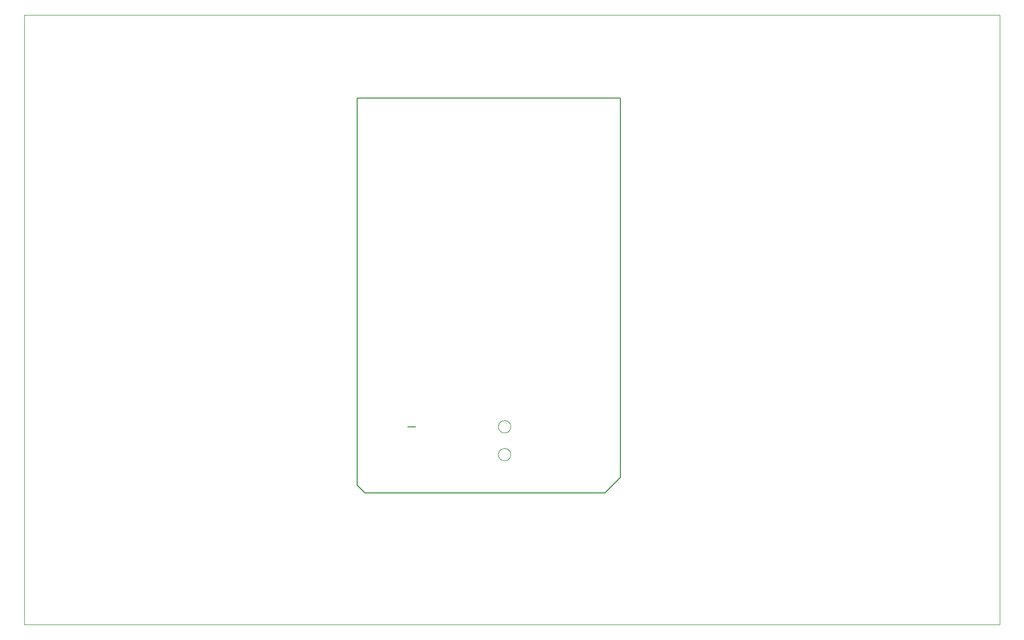
<source format=gbo>
G75*
%MOIN*%
%OFA0B0*%
%FSLAX25Y25*%
%IPPOS*%
%LPD*%
%AMOC8*
5,1,8,0,0,1.08239X$1,22.5*
%
%ADD10C,0.00000*%
%ADD11C,0.00600*%
%ADD12C,0.00800*%
D10*
X0001000Y0001000D02*
X0001000Y0394701D01*
X0630921Y0394701D01*
X0630921Y0001000D01*
X0001000Y0001000D01*
X0307000Y0111000D02*
X0307002Y0111126D01*
X0307008Y0111252D01*
X0307018Y0111378D01*
X0307032Y0111504D01*
X0307050Y0111629D01*
X0307072Y0111753D01*
X0307097Y0111877D01*
X0307127Y0112000D01*
X0307160Y0112121D01*
X0307198Y0112242D01*
X0307239Y0112361D01*
X0307284Y0112480D01*
X0307332Y0112596D01*
X0307384Y0112711D01*
X0307440Y0112824D01*
X0307500Y0112936D01*
X0307563Y0113045D01*
X0307629Y0113153D01*
X0307698Y0113258D01*
X0307771Y0113361D01*
X0307848Y0113462D01*
X0307927Y0113560D01*
X0308009Y0113656D01*
X0308095Y0113749D01*
X0308183Y0113840D01*
X0308274Y0113927D01*
X0308368Y0114012D01*
X0308464Y0114093D01*
X0308563Y0114172D01*
X0308664Y0114247D01*
X0308768Y0114319D01*
X0308874Y0114388D01*
X0308982Y0114454D01*
X0309092Y0114516D01*
X0309204Y0114574D01*
X0309317Y0114629D01*
X0309433Y0114680D01*
X0309550Y0114728D01*
X0309668Y0114772D01*
X0309788Y0114812D01*
X0309909Y0114848D01*
X0310031Y0114881D01*
X0310154Y0114910D01*
X0310278Y0114934D01*
X0310402Y0114955D01*
X0310527Y0114972D01*
X0310653Y0114985D01*
X0310779Y0114994D01*
X0310905Y0114999D01*
X0311032Y0115000D01*
X0311158Y0114997D01*
X0311284Y0114990D01*
X0311410Y0114979D01*
X0311535Y0114964D01*
X0311660Y0114945D01*
X0311784Y0114922D01*
X0311908Y0114896D01*
X0312030Y0114865D01*
X0312152Y0114831D01*
X0312272Y0114792D01*
X0312391Y0114750D01*
X0312509Y0114705D01*
X0312625Y0114655D01*
X0312740Y0114602D01*
X0312852Y0114545D01*
X0312963Y0114485D01*
X0313072Y0114421D01*
X0313179Y0114354D01*
X0313284Y0114284D01*
X0313387Y0114210D01*
X0313487Y0114133D01*
X0313585Y0114053D01*
X0313680Y0113970D01*
X0313772Y0113884D01*
X0313862Y0113795D01*
X0313949Y0113703D01*
X0314032Y0113609D01*
X0314113Y0113512D01*
X0314191Y0113412D01*
X0314266Y0113310D01*
X0314337Y0113206D01*
X0314405Y0113099D01*
X0314469Y0112991D01*
X0314530Y0112880D01*
X0314588Y0112768D01*
X0314642Y0112654D01*
X0314692Y0112538D01*
X0314739Y0112421D01*
X0314782Y0112302D01*
X0314821Y0112182D01*
X0314857Y0112061D01*
X0314888Y0111938D01*
X0314916Y0111815D01*
X0314940Y0111691D01*
X0314960Y0111566D01*
X0314976Y0111441D01*
X0314988Y0111315D01*
X0314996Y0111189D01*
X0315000Y0111063D01*
X0315000Y0110937D01*
X0314996Y0110811D01*
X0314988Y0110685D01*
X0314976Y0110559D01*
X0314960Y0110434D01*
X0314940Y0110309D01*
X0314916Y0110185D01*
X0314888Y0110062D01*
X0314857Y0109939D01*
X0314821Y0109818D01*
X0314782Y0109698D01*
X0314739Y0109579D01*
X0314692Y0109462D01*
X0314642Y0109346D01*
X0314588Y0109232D01*
X0314530Y0109120D01*
X0314469Y0109009D01*
X0314405Y0108901D01*
X0314337Y0108794D01*
X0314266Y0108690D01*
X0314191Y0108588D01*
X0314113Y0108488D01*
X0314032Y0108391D01*
X0313949Y0108297D01*
X0313862Y0108205D01*
X0313772Y0108116D01*
X0313680Y0108030D01*
X0313585Y0107947D01*
X0313487Y0107867D01*
X0313387Y0107790D01*
X0313284Y0107716D01*
X0313179Y0107646D01*
X0313072Y0107579D01*
X0312963Y0107515D01*
X0312852Y0107455D01*
X0312740Y0107398D01*
X0312625Y0107345D01*
X0312509Y0107295D01*
X0312391Y0107250D01*
X0312272Y0107208D01*
X0312152Y0107169D01*
X0312030Y0107135D01*
X0311908Y0107104D01*
X0311784Y0107078D01*
X0311660Y0107055D01*
X0311535Y0107036D01*
X0311410Y0107021D01*
X0311284Y0107010D01*
X0311158Y0107003D01*
X0311032Y0107000D01*
X0310905Y0107001D01*
X0310779Y0107006D01*
X0310653Y0107015D01*
X0310527Y0107028D01*
X0310402Y0107045D01*
X0310278Y0107066D01*
X0310154Y0107090D01*
X0310031Y0107119D01*
X0309909Y0107152D01*
X0309788Y0107188D01*
X0309668Y0107228D01*
X0309550Y0107272D01*
X0309433Y0107320D01*
X0309317Y0107371D01*
X0309204Y0107426D01*
X0309092Y0107484D01*
X0308982Y0107546D01*
X0308874Y0107612D01*
X0308768Y0107681D01*
X0308664Y0107753D01*
X0308563Y0107828D01*
X0308464Y0107907D01*
X0308368Y0107988D01*
X0308274Y0108073D01*
X0308183Y0108160D01*
X0308095Y0108251D01*
X0308009Y0108344D01*
X0307927Y0108440D01*
X0307848Y0108538D01*
X0307771Y0108639D01*
X0307698Y0108742D01*
X0307629Y0108847D01*
X0307563Y0108955D01*
X0307500Y0109064D01*
X0307440Y0109176D01*
X0307384Y0109289D01*
X0307332Y0109404D01*
X0307284Y0109520D01*
X0307239Y0109639D01*
X0307198Y0109758D01*
X0307160Y0109879D01*
X0307127Y0110000D01*
X0307097Y0110123D01*
X0307072Y0110247D01*
X0307050Y0110371D01*
X0307032Y0110496D01*
X0307018Y0110622D01*
X0307008Y0110748D01*
X0307002Y0110874D01*
X0307000Y0111000D01*
X0307000Y0129000D02*
X0307002Y0129126D01*
X0307008Y0129252D01*
X0307018Y0129378D01*
X0307032Y0129504D01*
X0307050Y0129629D01*
X0307072Y0129753D01*
X0307097Y0129877D01*
X0307127Y0130000D01*
X0307160Y0130121D01*
X0307198Y0130242D01*
X0307239Y0130361D01*
X0307284Y0130480D01*
X0307332Y0130596D01*
X0307384Y0130711D01*
X0307440Y0130824D01*
X0307500Y0130936D01*
X0307563Y0131045D01*
X0307629Y0131153D01*
X0307698Y0131258D01*
X0307771Y0131361D01*
X0307848Y0131462D01*
X0307927Y0131560D01*
X0308009Y0131656D01*
X0308095Y0131749D01*
X0308183Y0131840D01*
X0308274Y0131927D01*
X0308368Y0132012D01*
X0308464Y0132093D01*
X0308563Y0132172D01*
X0308664Y0132247D01*
X0308768Y0132319D01*
X0308874Y0132388D01*
X0308982Y0132454D01*
X0309092Y0132516D01*
X0309204Y0132574D01*
X0309317Y0132629D01*
X0309433Y0132680D01*
X0309550Y0132728D01*
X0309668Y0132772D01*
X0309788Y0132812D01*
X0309909Y0132848D01*
X0310031Y0132881D01*
X0310154Y0132910D01*
X0310278Y0132934D01*
X0310402Y0132955D01*
X0310527Y0132972D01*
X0310653Y0132985D01*
X0310779Y0132994D01*
X0310905Y0132999D01*
X0311032Y0133000D01*
X0311158Y0132997D01*
X0311284Y0132990D01*
X0311410Y0132979D01*
X0311535Y0132964D01*
X0311660Y0132945D01*
X0311784Y0132922D01*
X0311908Y0132896D01*
X0312030Y0132865D01*
X0312152Y0132831D01*
X0312272Y0132792D01*
X0312391Y0132750D01*
X0312509Y0132705D01*
X0312625Y0132655D01*
X0312740Y0132602D01*
X0312852Y0132545D01*
X0312963Y0132485D01*
X0313072Y0132421D01*
X0313179Y0132354D01*
X0313284Y0132284D01*
X0313387Y0132210D01*
X0313487Y0132133D01*
X0313585Y0132053D01*
X0313680Y0131970D01*
X0313772Y0131884D01*
X0313862Y0131795D01*
X0313949Y0131703D01*
X0314032Y0131609D01*
X0314113Y0131512D01*
X0314191Y0131412D01*
X0314266Y0131310D01*
X0314337Y0131206D01*
X0314405Y0131099D01*
X0314469Y0130991D01*
X0314530Y0130880D01*
X0314588Y0130768D01*
X0314642Y0130654D01*
X0314692Y0130538D01*
X0314739Y0130421D01*
X0314782Y0130302D01*
X0314821Y0130182D01*
X0314857Y0130061D01*
X0314888Y0129938D01*
X0314916Y0129815D01*
X0314940Y0129691D01*
X0314960Y0129566D01*
X0314976Y0129441D01*
X0314988Y0129315D01*
X0314996Y0129189D01*
X0315000Y0129063D01*
X0315000Y0128937D01*
X0314996Y0128811D01*
X0314988Y0128685D01*
X0314976Y0128559D01*
X0314960Y0128434D01*
X0314940Y0128309D01*
X0314916Y0128185D01*
X0314888Y0128062D01*
X0314857Y0127939D01*
X0314821Y0127818D01*
X0314782Y0127698D01*
X0314739Y0127579D01*
X0314692Y0127462D01*
X0314642Y0127346D01*
X0314588Y0127232D01*
X0314530Y0127120D01*
X0314469Y0127009D01*
X0314405Y0126901D01*
X0314337Y0126794D01*
X0314266Y0126690D01*
X0314191Y0126588D01*
X0314113Y0126488D01*
X0314032Y0126391D01*
X0313949Y0126297D01*
X0313862Y0126205D01*
X0313772Y0126116D01*
X0313680Y0126030D01*
X0313585Y0125947D01*
X0313487Y0125867D01*
X0313387Y0125790D01*
X0313284Y0125716D01*
X0313179Y0125646D01*
X0313072Y0125579D01*
X0312963Y0125515D01*
X0312852Y0125455D01*
X0312740Y0125398D01*
X0312625Y0125345D01*
X0312509Y0125295D01*
X0312391Y0125250D01*
X0312272Y0125208D01*
X0312152Y0125169D01*
X0312030Y0125135D01*
X0311908Y0125104D01*
X0311784Y0125078D01*
X0311660Y0125055D01*
X0311535Y0125036D01*
X0311410Y0125021D01*
X0311284Y0125010D01*
X0311158Y0125003D01*
X0311032Y0125000D01*
X0310905Y0125001D01*
X0310779Y0125006D01*
X0310653Y0125015D01*
X0310527Y0125028D01*
X0310402Y0125045D01*
X0310278Y0125066D01*
X0310154Y0125090D01*
X0310031Y0125119D01*
X0309909Y0125152D01*
X0309788Y0125188D01*
X0309668Y0125228D01*
X0309550Y0125272D01*
X0309433Y0125320D01*
X0309317Y0125371D01*
X0309204Y0125426D01*
X0309092Y0125484D01*
X0308982Y0125546D01*
X0308874Y0125612D01*
X0308768Y0125681D01*
X0308664Y0125753D01*
X0308563Y0125828D01*
X0308464Y0125907D01*
X0308368Y0125988D01*
X0308274Y0126073D01*
X0308183Y0126160D01*
X0308095Y0126251D01*
X0308009Y0126344D01*
X0307927Y0126440D01*
X0307848Y0126538D01*
X0307771Y0126639D01*
X0307698Y0126742D01*
X0307629Y0126847D01*
X0307563Y0126955D01*
X0307500Y0127064D01*
X0307440Y0127176D01*
X0307384Y0127289D01*
X0307332Y0127404D01*
X0307284Y0127520D01*
X0307239Y0127639D01*
X0307198Y0127758D01*
X0307160Y0127879D01*
X0307127Y0128000D01*
X0307097Y0128123D01*
X0307072Y0128247D01*
X0307050Y0128371D01*
X0307032Y0128496D01*
X0307018Y0128622D01*
X0307008Y0128748D01*
X0307002Y0128874D01*
X0307000Y0129000D01*
D11*
X0376000Y0086000D02*
X0386000Y0096000D01*
X0386000Y0341000D01*
X0216000Y0341000D01*
X0216000Y0091000D01*
X0221000Y0086000D01*
X0376000Y0086000D01*
D12*
X0253500Y0128681D02*
X0248500Y0128681D01*
M02*

</source>
